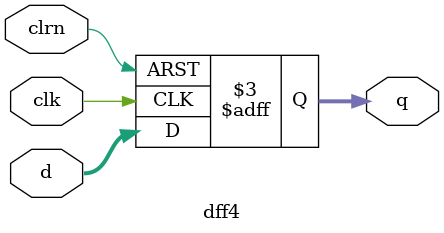
<source format=v>
module dff4(d, clk, clrn, q);
	input      [3:0] d;
	input            clk, clrn;
	output reg [3:0] q;

	always @(negedge clrn or posedge clk)
		if (clrn == 0) begin
			q <= 0;
		end else begin
			q <= d;
		end
endmodule
</source>
